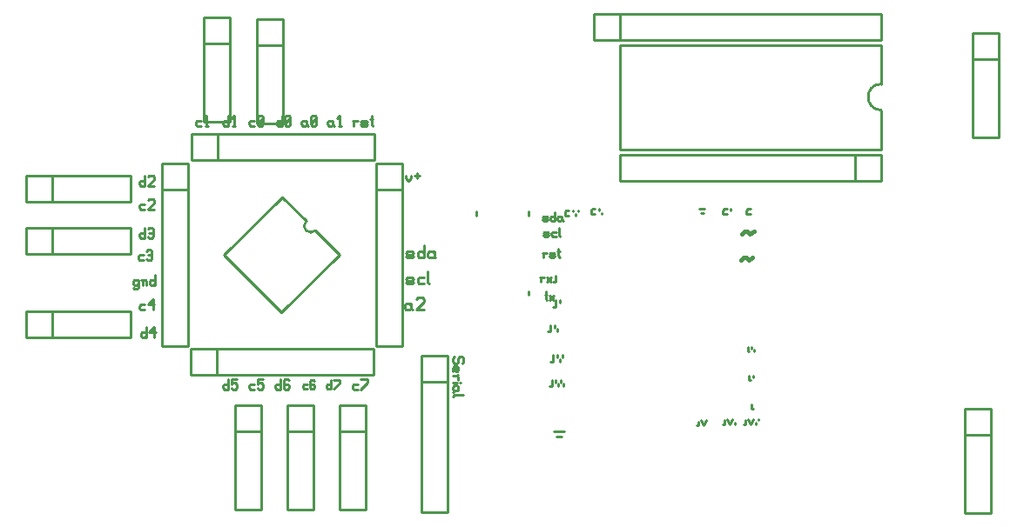
<source format=gto>
G04 start of page 8 for group -4079 idx -4079 *
G04 Title: (unknown), topsilk *
G04 Creator: pcb 20100929 *
G04 CreationDate: Mon Apr 28 19:31:08 2014 UTC *
G04 For: xpi *
G04 Format: Gerber/RS-274X *
G04 PCB-Dimensions: 400000 200000 *
G04 PCB-Coordinate-Origin: lower left *
%MOIN*%
%FSLAX25Y25*%
%LNFRONTSILK*%
%ADD12C,0.0100*%
%ADD32C,0.0150*%
G54D12*X210431Y89062D02*X209431D01*
X213931Y116062D02*Y114562D01*
X214431Y116562D02*X213931Y116062D01*
Y114562D02*X215431D01*
X210431Y91562D02*Y89062D01*
X215431Y116562D02*X214431D01*
X218931D02*Y116062D01*
X217931Y114562D02*Y115062D01*
X199931Y116062D02*Y114562D01*
X216931Y116562D02*Y116062D01*
X208431Y72562D02*Y70062D01*
X207431D01*
X209931Y72562D02*Y71562D01*
X210931Y70062D02*Y71062D01*
X211931Y82062D02*Y81062D01*
X210431Y79562D02*X209431D01*
X210431Y82062D02*Y79562D01*
X199931Y84062D02*Y85562D01*
X227931Y115062D02*Y115562D01*
X224431Y117062D02*X223931Y116562D01*
Y115062D02*X225431D01*
Y117062D02*X224431D01*
X226931D02*Y116562D01*
X223931D02*Y115062D01*
X179931Y116062D02*Y114562D01*
X209431Y61062D02*Y58562D01*
X211931D02*Y59562D01*
X210931Y61062D02*Y60062D01*
X209431Y58562D02*X208431D01*
X212931Y60062D02*Y61062D01*
X209645Y31865D02*X213645D01*
X210645Y29865D02*X212645D01*
X208965Y49038D02*X207965D01*
X208965Y51538D02*Y49038D01*
X213465Y50038D02*Y49038D01*
X210465Y51538D02*Y50538D01*
X211465Y49038D02*Y50038D01*
X212465Y50538D02*Y51538D01*
X274899Y36061D02*Y34561D01*
X275899Y36561D02*X276899Y34561D01*
X266899Y34061D02*X267899Y36061D01*
X264899Y35561D02*Y34061D01*
X265899Y36061D02*X266899Y34061D01*
X274899Y34561D02*X274399D01*
X286431Y63062D02*Y62562D01*
X283931D02*X284431D01*
X283931Y64062D02*Y62562D01*
X276899Y34561D02*X277899Y36561D01*
X278899Y35061D02*Y34561D01*
X264899Y34061D02*X264399D01*
X285399Y40561D02*X285899D01*
X285399Y42061D02*Y40561D01*
X275931Y117062D02*X274931D01*
X274431Y115062D02*X275931D01*
X274431Y116562D02*Y115062D01*
X274931Y117062D02*X274431Y116562D01*
X277431Y117062D02*Y116562D01*
X283431Y115062D02*X284931D01*
Y117062D02*X283931D01*
X235000Y138000D02*X335000D01*
X235000D02*Y128000D01*
X335000D01*
X283931Y117062D02*X283431Y116562D01*
Y115062D01*
X265431Y117062D02*X267431D01*
X265931Y115562D02*X266931D01*
X287899Y36561D02*Y36061D01*
X284899Y34561D02*X285899Y36561D01*
X284431Y53062D02*Y51562D01*
X285931Y53062D02*Y52562D01*
X284431Y51562D02*X284931D01*
X285431Y64062D02*Y63562D01*
X282899Y36061D02*Y34561D01*
X283899Y36561D02*X284899Y34561D01*
X282899D02*X282399D01*
X286899Y35061D02*Y34561D01*
X335000Y138000D02*Y128000D01*
X325000Y138000D02*Y128000D01*
X335000D01*
X93500Y151000D02*X95000D01*
X93000Y150500D02*X93500Y151000D01*
X93000Y150500D02*Y149500D01*
X93500Y149000D01*
X95000D01*
X96201Y149500D02*X96701Y149000D01*
X96201Y152500D02*Y149500D01*
Y152500D02*X96701Y153000D01*
X97701D01*
X98201Y152500D01*
Y149500D01*
X97701Y149000D02*X98201Y149500D01*
X96701Y149000D02*X97701D01*
X96201Y150000D02*X98201Y152000D01*
X124500Y151000D02*X125000Y150500D01*
X123500Y151000D02*X124500D01*
X123000Y150500D02*X123500Y151000D01*
X123000Y150500D02*Y149500D01*
X123500Y149000D01*
X125000Y151000D02*Y149500D01*
X125500Y149000D01*
X123500D02*X124500D01*
X125000Y149500D01*
X127201Y149000D02*X128201D01*
X127701Y153000D02*Y149000D01*
X126701Y152000D02*X127701Y153000D01*
X114500Y151000D02*X115000Y150500D01*
X113500Y151000D02*X114500D01*
X113000Y150500D02*X113500Y151000D01*
X113000Y150500D02*Y149500D01*
X113500Y149000D01*
X115000Y151000D02*Y149500D01*
X115500Y149000D01*
X113500D02*X114500D01*
X115000Y149500D01*
X116701D02*X117201Y149000D01*
X116701Y152500D02*Y149500D01*
Y152500D02*X117201Y153000D01*
X118201D01*
X118701Y152500D01*
Y149500D01*
X118201Y149000D02*X118701Y149500D01*
X117201Y149000D02*X118201D01*
X116701Y150000D02*X118701Y152000D01*
X105500Y153000D02*Y149000D01*
X105000D02*X105500Y149500D01*
X104000Y149000D02*X105000D01*
X103500Y149500D02*X104000Y149000D01*
X103500Y150500D02*Y149500D01*
Y150500D02*X104000Y151000D01*
X105000D01*
X105500Y150500D01*
X106701Y149500D02*X107201Y149000D01*
X106701Y152500D02*Y149500D01*
Y152500D02*X107201Y153000D01*
X108201D01*
X108701Y152500D01*
Y149500D01*
X108201Y149000D02*X108701Y149500D01*
X107201Y149000D02*X108201D01*
X106701Y150000D02*X108701Y152000D01*
X133000Y150500D02*Y149000D01*
Y150500D02*X133500Y151000D01*
X134500D01*
X132500D02*X133000Y150500D01*
X136201Y149000D02*X137701D01*
X138201Y149500D01*
X137701Y150000D02*X138201Y149500D01*
X136201Y150000D02*X137701D01*
X135701Y150500D02*X136201Y150000D01*
X135701Y150500D02*X136201Y151000D01*
X137701D01*
X138201Y150500D01*
X135701Y149500D02*X136201Y149000D01*
X139902Y153000D02*Y149500D01*
X140402Y149000D01*
X139402Y151500D02*X140402D01*
X85000Y153000D02*Y149000D01*
X84500D02*X85000Y149500D01*
X83500Y149000D02*X84500D01*
X83000Y149500D02*X83500Y149000D01*
X83000Y150500D02*Y149500D01*
Y150500D02*X83500Y151000D01*
X84500D01*
X85000Y150500D01*
X86701Y149000D02*X87701D01*
X87201Y153000D02*Y149000D01*
X86201Y152000D02*X87201Y153000D01*
X73000Y151000D02*X74500D01*
X72500Y150500D02*X73000Y151000D01*
X72500Y150500D02*Y149500D01*
X73000Y149000D01*
X74500D01*
X76201D02*X77201D01*
X76701Y153000D02*Y149000D01*
X75701Y152000D02*X76701Y153000D01*
X53000Y130000D02*Y126000D01*
X52500D02*X53000Y126500D01*
X51500Y126000D02*X52500D01*
X51000Y126500D02*X51500Y126000D01*
X51000Y127500D02*Y126500D01*
Y127500D02*X51500Y128000D01*
X52500D01*
X53000Y127500D01*
X54201Y129500D02*X54701Y130000D01*
X56201D01*
X56701Y129500D01*
Y128500D01*
X54201Y126000D02*X56701Y128500D01*
X54201Y126000D02*X56701D01*
X51500Y119000D02*X53000D01*
X51000Y118500D02*X51500Y119000D01*
X51000Y118500D02*Y117500D01*
X51500Y117000D01*
X53000D01*
X54201Y120500D02*X54701Y121000D01*
X56201D01*
X56701Y120500D01*
Y119500D01*
X54201Y117000D02*X56701Y119500D01*
X54201Y117000D02*X56701D01*
X53000Y110000D02*Y106000D01*
X52500D02*X53000Y106500D01*
X51500Y106000D02*X52500D01*
X51000Y106500D02*X51500Y106000D01*
X51000Y107500D02*Y106500D01*
Y107500D02*X51500Y108000D01*
X52500D01*
X53000Y107500D01*
X54201Y109500D02*X54701Y110000D01*
X55701D01*
X56201Y109500D01*
Y106500D01*
X55701Y106000D02*X56201Y106500D01*
X54701Y106000D02*X55701D01*
X54201Y106500D02*X54701Y106000D01*
Y108000D02*X56201D01*
X51000Y99500D02*X52500D01*
X50500Y99000D02*X51000Y99500D01*
X50500Y99000D02*Y98000D01*
X51000Y97500D01*
X52500D01*
X53701Y101000D02*X54201Y101500D01*
X55201D01*
X55701Y101000D01*
Y98000D01*
X55201Y97500D02*X55701Y98000D01*
X54201Y97500D02*X55201D01*
X53701Y98000D02*X54201Y97500D01*
Y99500D02*X55701D01*
X50000Y90000D02*X50500Y89500D01*
X49000Y90000D02*X50000D01*
X48500Y89500D02*X49000Y90000D01*
X48500Y89500D02*Y88500D01*
X49000Y88000D01*
X50000D01*
X50500Y88500D01*
X48500Y87000D02*X49000Y86500D01*
X50000D01*
X50500Y87000D01*
Y90000D02*Y87000D01*
X52201Y89500D02*Y88000D01*
Y89500D02*X52701Y90000D01*
X53201D01*
X53701Y89500D01*
Y88000D01*
X51701Y90000D02*X52201Y89500D01*
X56902Y92000D02*Y88000D01*
X56402D02*X56902Y88500D01*
X55402Y88000D02*X56402D01*
X54902Y88500D02*X55402Y88000D01*
X54902Y89500D02*Y88500D01*
Y89500D02*X55402Y90000D01*
X56402D01*
X56902Y89500D01*
X51500Y80500D02*X53000D01*
X51000Y80000D02*X51500Y80500D01*
X51000Y80000D02*Y79000D01*
X51500Y78500D01*
X53000D01*
X54201Y80500D02*X56201Y82500D01*
X54201Y80500D02*X56701D01*
X56201Y82500D02*Y78500D01*
X53500Y72000D02*Y68000D01*
X53000D02*X53500Y68500D01*
X52000Y68000D02*X53000D01*
X51500Y68500D02*X52000Y68000D01*
X51500Y69500D02*Y68500D01*
Y69500D02*X52000Y70000D01*
X53000D01*
X53500Y69500D01*
X54701Y70000D02*X56701Y72000D01*
X54701Y70000D02*X57201D01*
X56701Y72000D02*Y68000D01*
X85000Y52000D02*Y48000D01*
X84500D02*X85000Y48500D01*
X83500Y48000D02*X84500D01*
X83000Y48500D02*X83500Y48000D01*
X83000Y49500D02*Y48500D01*
Y49500D02*X83500Y50000D01*
X84500D01*
X85000Y49500D01*
X86201Y52000D02*X88201D01*
X86201D02*Y50000D01*
X86701Y50500D01*
X87701D01*
X88201Y50000D01*
Y48500D01*
X87701Y48000D02*X88201Y48500D01*
X86701Y48000D02*X87701D01*
X86201Y48500D02*X86701Y48000D01*
X93500Y50000D02*X95000D01*
X93000Y49500D02*X93500Y50000D01*
X93000Y49500D02*Y48500D01*
X93500Y48000D01*
X95000D01*
X96201Y52000D02*X98201D01*
X96201D02*Y50000D01*
X96701Y50500D01*
X97701D01*
X98201Y50000D01*
Y48500D01*
X97701Y48000D02*X98201Y48500D01*
X96701Y48000D02*X97701D01*
X96201Y48500D02*X96701Y48000D01*
X105000Y52000D02*Y48000D01*
X104500D02*X105000Y48500D01*
X103500Y48000D02*X104500D01*
X103000Y48500D02*X103500Y48000D01*
X103000Y49500D02*Y48500D01*
Y49500D02*X103500Y50000D01*
X104500D01*
X105000Y49500D01*
X107701Y52000D02*X108201Y51500D01*
X106701Y52000D02*X107701D01*
X106201Y51500D02*X106701Y52000D01*
X106201Y51500D02*Y48500D01*
X106701Y48000D01*
X107701Y50000D02*X108201Y49500D01*
X106201Y50000D02*X107701D01*
X106701Y48000D02*X107701D01*
X108201Y48500D01*
Y49500D02*Y48500D01*
X113945Y49830D02*X115280D01*
X113500Y49385D02*X113945Y49830D01*
X113500Y49385D02*Y48495D01*
X113945Y48050D01*
X115280D01*
X117683Y51610D02*X118128Y51165D01*
X116793Y51610D02*X117683D01*
X116348Y51165D02*X116793Y51610D01*
X116348Y51165D02*Y48495D01*
X116793Y48050D01*
X117683Y49830D02*X118128Y49385D01*
X116348Y49830D02*X117683D01*
X116793Y48050D02*X117683D01*
X118128Y48495D01*
Y49385D02*Y48495D01*
X153610Y98400D02*X155440D01*
X156050Y99010D01*
X155440Y99620D02*X156050Y99010D01*
X153610Y99620D02*X155440D01*
X153000Y100230D02*X153610Y99620D01*
X153000Y100230D02*X153610Y100840D01*
X155440D01*
X156050Y100230D01*
X153000Y99010D02*X153610Y98400D01*
X159955Y103280D02*Y98400D01*
X159345D02*X159955Y99010D01*
X158125Y98400D02*X159345D01*
X157515Y99010D02*X158125Y98400D01*
X157515Y100230D02*Y99010D01*
Y100230D02*X158125Y100840D01*
X159345D01*
X159955Y100230D01*
X163250Y100840D02*X163860Y100230D01*
X162030Y100840D02*X163250D01*
X161420Y100230D02*X162030Y100840D01*
X161420Y100230D02*Y99010D01*
X162030Y98400D01*
X163860Y100840D02*Y99010D01*
X164470Y98400D01*
X162030D02*X163250D01*
X163860Y99010D01*
X153000Y130000D02*Y129000D01*
X154000Y128000D01*
X155000Y129000D01*
Y130000D02*Y129000D01*
X156201Y130000D02*X158201D01*
X157201Y131000D02*Y129000D01*
X124280Y51610D02*Y48050D01*
X123835D02*X124280Y48495D01*
X122945Y48050D02*X123835D01*
X122500Y48495D02*X122945Y48050D01*
X122500Y49385D02*Y48495D01*
Y49385D02*X122945Y49830D01*
X123835D01*
X124280Y49385D01*
X125348Y48050D02*X127573Y50275D01*
Y51610D02*Y50275D01*
X125348Y51610D02*X127573D01*
X133000Y50000D02*X134500D01*
X132500Y49500D02*X133000Y50000D01*
X132500Y49500D02*Y48500D01*
X133000Y48000D01*
X134500D01*
X135701D02*X138201Y50500D01*
Y52000D02*Y50500D01*
X135701Y52000D02*X138201D01*
X154330Y80840D02*X154940Y80230D01*
X153110Y80840D02*X154330D01*
X152500Y80230D02*X153110Y80840D01*
X152500Y80230D02*Y79010D01*
X153110Y78400D01*
X154940Y80840D02*Y79010D01*
X155550Y78400D01*
X153110D02*X154330D01*
X154940Y79010D01*
X157015Y82670D02*X157625Y83280D01*
X159455D01*
X160065Y82670D01*
Y81450D01*
X157015Y78400D02*X160065Y81450D01*
X157015Y78400D02*X160065D01*
X153610Y88400D02*X155440D01*
X156050Y89010D01*
X155440Y89620D02*X156050Y89010D01*
X153610Y89620D02*X155440D01*
X153000Y90230D02*X153610Y89620D01*
X153000Y90230D02*X153610Y90840D01*
X155440D01*
X156050Y90230D01*
X153000Y89010D02*X153610Y88400D01*
X158125Y90840D02*X159955D01*
X157515Y90230D02*X158125Y90840D01*
X157515Y90230D02*Y89010D01*
X158125Y88400D01*
X159955D01*
X161420Y93280D02*Y89010D01*
X162030Y88400D01*
X205602Y112616D02*X206877D01*
X207302Y113041D01*
X206877Y113466D02*X207302Y113041D01*
X205602Y113466D02*X206877D01*
X205177Y113891D02*X205602Y113466D01*
X205177Y113891D02*X205602Y114316D01*
X206877D01*
X207302Y113891D01*
X205177Y113041D02*X205602Y112616D01*
X210022Y116016D02*Y112616D01*
X209597D02*X210022Y113041D01*
X208747Y112616D02*X209597D01*
X208322Y113041D02*X208747Y112616D01*
X208322Y113891D02*Y113041D01*
Y113891D02*X208747Y114316D01*
X209597D01*
X210022Y113891D01*
X212318Y114316D02*X212743Y113891D01*
X211468Y114316D02*X212318D01*
X211043Y113891D02*X211468Y114316D01*
X211043Y113891D02*Y113041D01*
X211468Y112616D01*
X212743Y114316D02*Y113041D01*
X213168Y112616D01*
X211468D02*X212318D01*
X212743Y113041D01*
X204602Y90391D02*Y89116D01*
Y90391D02*X205027Y90816D01*
X205877D01*
X204177D02*X204602Y90391D01*
X206897Y90816D02*X208597Y89116D01*
X206897D02*X208597Y90816D01*
X206602Y85516D02*Y82541D01*
X207027Y82116D01*
X206177Y84241D02*X207027D01*
X207877Y83816D02*X209577Y82116D01*
X207877D02*X209577Y83816D01*
X205602Y99891D02*Y98616D01*
Y99891D02*X206027Y100316D01*
X206877D01*
X205177D02*X205602Y99891D01*
X208322Y98616D02*X209597D01*
X210022Y99041D01*
X209597Y99466D02*X210022Y99041D01*
X208322Y99466D02*X209597D01*
X207897Y99891D02*X208322Y99466D01*
X207897Y99891D02*X208322Y100316D01*
X209597D01*
X210022Y99891D01*
X207897Y99041D02*X208322Y98616D01*
X211468Y102016D02*Y99041D01*
X211893Y98616D01*
X211043Y100741D02*X211893D01*
X206102Y106616D02*X207377D01*
X207802Y107041D01*
X207377Y107466D02*X207802Y107041D01*
X206102Y107466D02*X207377D01*
X205677Y107891D02*X206102Y107466D01*
X205677Y107891D02*X206102Y108316D01*
X207377D01*
X207802Y107891D01*
X205677Y107041D02*X206102Y106616D01*
X209247Y108316D02*X210522D01*
X208822Y107891D02*X209247Y108316D01*
X208822Y107891D02*Y107041D01*
X209247Y106616D01*
X210522D01*
X211543Y110016D02*Y107041D01*
X211968Y106616D01*
X137500Y32000D02*Y42000D01*
X127500Y32000D02*X137500D01*
Y42000D02*X127500D01*
X137500Y2000D02*Y42000D01*
X127500Y2000D02*X137500D01*
X127500Y42000D02*Y2000D01*
X377000Y30500D02*Y40500D01*
X367000Y30500D02*X377000D01*
Y40500D02*X367000D01*
X377000Y500D02*Y40500D01*
X367000Y500D02*X377000D01*
X367000Y40500D02*Y500D01*
X380000Y174500D02*Y184500D01*
X370000Y174500D02*X380000D01*
Y184500D02*X370000D01*
X380000Y144500D02*Y184500D01*
X370000Y144500D02*X380000D01*
X370000Y184500D02*Y144500D01*
G54D32*X284677Y107366D02*X286177Y108366D01*
X281677Y107366D02*X282677Y108366D01*
X283677D01*
X284677Y107366D01*
X284177Y97366D02*X285677Y98366D01*
X281177Y97366D02*X282177Y98366D01*
X283177D01*
X284177Y97366D01*
G54D12*X169000Y51000D02*Y61000D01*
X159000Y51000D02*X169000D01*
Y61000D02*X159000D01*
X169000Y1000D02*Y61000D01*
X159000Y1000D02*X169000D01*
X159000Y61000D02*Y1000D01*
X235000Y180000D02*X335000D01*
X235000D02*Y140000D01*
X335000D01*
Y180000D02*Y165000D01*
Y155000D02*Y140000D01*
Y165000D02*G75*G03X335000Y155000I0J-5000D01*G01*
X225000Y182000D02*X335000D01*
Y192000D02*Y182000D01*
X225000Y192000D02*X335000D01*
X225000D02*Y182000D01*
X235000Y192000D02*Y182000D01*
X225000Y192000D02*X235000D01*
X7500Y110000D02*X17500D01*
Y100000D01*
X7500Y110000D02*Y100000D01*
Y110000D02*X47500D01*
Y100000D01*
X7500D02*X47500D01*
X7500Y130000D02*X17500D01*
Y120000D01*
X7500Y130000D02*Y120000D01*
Y130000D02*X47500D01*
Y120000D01*
X7500D02*X47500D01*
X69500Y124500D02*Y134500D01*
X59500Y124500D02*X69500D01*
Y134500D02*X59500D01*
X69500Y64500D02*Y134500D01*
X59500Y64500D02*X69500D01*
X59500Y134500D02*Y64500D01*
X151500Y124500D02*Y134500D01*
X141500Y124500D02*X151500D01*
Y134500D02*X141500D01*
X151500Y64500D02*Y134500D01*
X141500Y64500D02*X151500D01*
X141500Y134500D02*Y64500D01*
X105612Y121626D02*X83375Y99389D01*
X105389Y77375D01*
X127626Y99612D01*
X105612Y121626D02*X114851Y112387D01*
X127626Y99612D02*X118387Y108851D01*
X114851Y112387D02*G75*G03X118386Y108851I1767J-1767D01*G01*
X7500Y78000D02*X17500D01*
Y68000D01*
X7500Y78000D02*Y68000D01*
Y78000D02*X47500D01*
Y68000D01*
X7500D02*X47500D01*
X106000Y180000D02*Y190000D01*
X96000Y180000D02*X106000D01*
Y190000D02*X96000D01*
X106000Y150000D02*Y190000D01*
X96000Y150000D02*X106000D01*
X96000Y190000D02*Y150000D01*
X85500Y180500D02*Y190500D01*
X75500Y180500D02*X85500D01*
Y190500D02*X75500D01*
X85500Y150500D02*Y190500D01*
X75500Y150500D02*X85500D01*
X75500Y190500D02*Y150500D01*
X71000Y146000D02*X81000D01*
Y136000D01*
X71000Y146000D02*Y136000D01*
Y146000D02*X141000D01*
Y136000D01*
X71000D02*X141000D01*
X70500Y63500D02*X80500D01*
Y53500D01*
X70500Y63500D02*Y53500D01*
Y63500D02*X140500D01*
Y53500D01*
X70500D02*X140500D01*
X97500Y32000D02*Y42000D01*
X87500Y32000D02*X97500D01*
Y42000D02*X87500D01*
X97500Y2000D02*Y42000D01*
X87500Y2000D02*X97500D01*
X87500Y42000D02*Y2000D01*
X117500Y32000D02*Y42000D01*
X107500Y32000D02*X117500D01*
Y42000D02*X107500D01*
X117500Y2000D02*Y42000D01*
X107500Y2000D02*X117500D01*
X107500Y42000D02*Y2000D01*
X175000Y58500D02*X174500Y58000D01*
X175000Y60000D02*Y58500D01*
X174500Y60500D02*X175000Y60000D01*
X173500Y60500D02*X174500D01*
X173500D02*X173000Y60000D01*
Y58500D01*
X172500Y58000D01*
X171500D02*X172500D01*
X171000Y58500D02*X171500Y58000D01*
X171000Y60000D02*Y58500D01*
X171500Y60500D02*X171000Y60000D01*
Y56299D02*Y54799D01*
X171500Y56799D02*X171000Y56299D01*
X171500Y56799D02*X172500D01*
X173000Y56299D01*
Y55299D01*
X172500Y54799D01*
X172000Y56799D02*Y54799D01*
X172500D01*
X171000Y53098D02*X172500D01*
X173000Y52598D01*
Y51598D01*
Y53598D02*X172500Y53098D01*
X173500Y50397D02*X174000D01*
X171000D02*X172500D01*
X173000Y47896D02*X172500Y47396D01*
X173000Y48896D02*Y47896D01*
X172500Y49396D02*X173000Y48896D01*
X171500Y49396D02*X172500D01*
X171500D02*X171000Y48896D01*
X171500Y47396D02*X173000D01*
X171500D02*X171000Y46896D01*
Y48896D02*Y47896D01*
X171500Y47396D01*
Y45695D02*X175000D01*
X171500D02*X171000Y45195D01*
M02*

</source>
